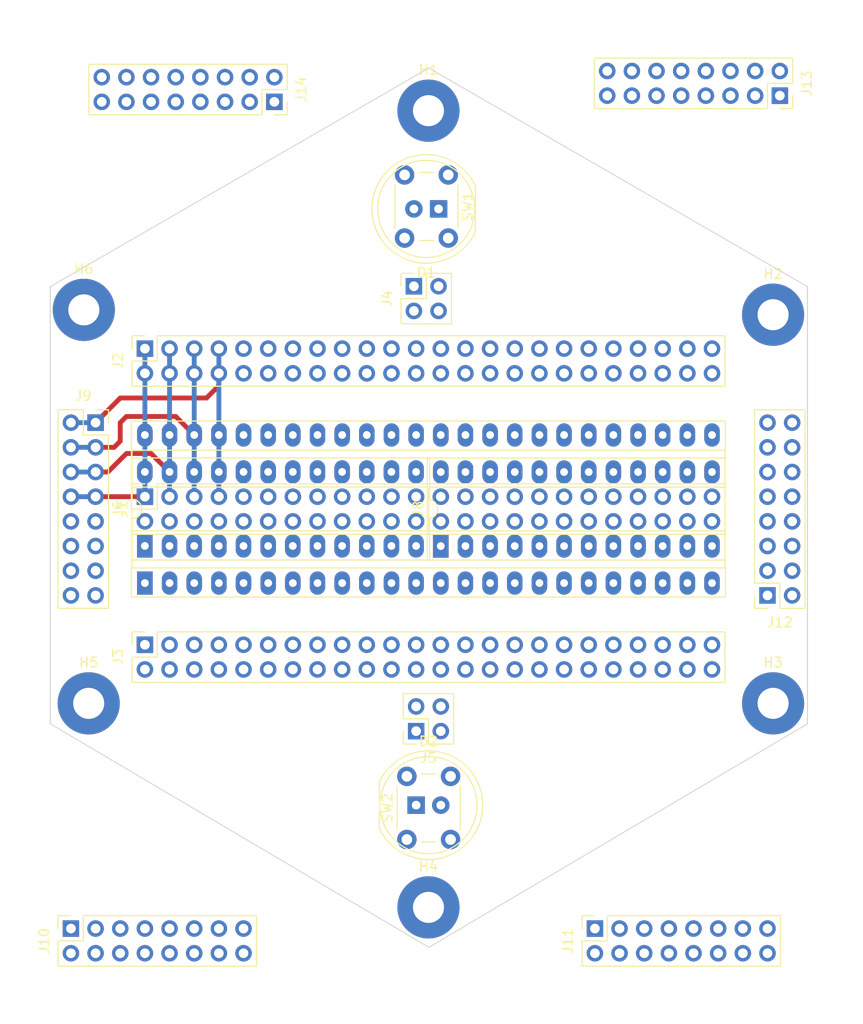
<source format=kicad_pcb>
(kicad_pcb (version 20240108) (generator "pcbnew") (generator_version "8.0")
  (title_block (title "Hex48 Prototyping Board") (date "2024-10-10") (rev "0.2") (company "John Honniball") (comment 1 "Hexagonal DIL breadboard"))
  (layers (0 "F.Cu" signal) (31 "B.Cu" signal) (34 "B.Paste" user) (35 "F.Paste" user) (36 "B.SilkS" user "B.Silkscreen") (37 "F.SilkS" user "F.Silkscreen") (38 "B.Mask" user) (39 "F.Mask" user) (44 "Edge.Cuts" user))
  (net 0 "")
  (net 1 "Net-(D1-A)")
  (net 2 "Net-(D1-K)")
  (net 3 "Net-(D2-A)")
  (net 4 "Net-(D2-K)")
  (net 5 "/pin1")
  (net 6 "/pin2")
  (net 7 "/pin3")
  (net 8 "/pin12")
  (net 9 "/pin29")
  (net 10 "/pin20")
  (net 11 "/pin36")
  (net 12 "/pin32")
  (net 13 "/pin14")
  (net 14 "/pin34")
  (net 15 "/pin25")
  (net 16 "/pin37")
  (net 17 "/pin19")
  (net 18 "/pin26")
  (net 19 "/pin35")
  (net 20 "/pin33")
  (net 21 "/pin31")
  (net 22 "/pin9")
  (net 23 "/pin13")
  (net 24 "/pin17")
  (net 25 "/pin21")
  (net 26 "/pin18")
  (net 27 "/pin22")
  (net 28 "/pin30")
  (net 29 "/pin38")
  (net 30 "/pin16")
  (net 31 "/pin15")
  (net 32 "/pin39")
  (net 33 "/pin11")
  (net 34 "/pin24")
  (net 35 "/pin23")
  (net 36 "/pin10")
  (net 37 "/pin28")
  (net 38 "/pin27")
  (net 39 "/pin40")
  (net 40 "/pin4")
  (net 41 "/pin8")
  (net 42 "/pin41")
  (net 43 "/pin42")
  (net 44 "/pin43")
  (net 45 "/pin5")
  (net 46 "/pin48")
  (net 47 "/pin46")
  (net 48 "/pin47")
  (net 49 "/pin7")
  (net 50 "/pin44")
  (net 51 "/pin6")
  (net 52 "/pin45")
  (footprint "Package_DIP:DIP-48_W15.24mm_Socket_LongPads" (layer "F.Cu") (at 158.75 80.01 90)
    (property "Reference" "J1")
    (property "Value" "Conn_02x24_Counter_Clockwise")
  )
  (footprint "MountingHole:MountingHole_3.2mm_M3_Pad" (layer "F.Cu") (at 152.96 92.39)
    (property "Reference" "H5")
    (property "Value" "MountingHole")
  )
  (footprint "Connector_PinSocket_2.54mm:PinSocket_2x08_P2.54mm_Vertical" (layer "F.Cu") (at 222.885 81.28 180)
    (property "Reference" "J12")
    (property "Value" "Conn_02x08_Odd_Even")
  )
  (footprint "Connector_PinSocket_2.54mm:PinSocket_2x24_P2.54mm_Vertical" (layer "F.Cu") (at 158.75 86.36 90)
    (property "Reference" "J3")
    (property "Value" "Conn_02x24_Odd_Even")
  )
  (footprint "Package_DIP:DIP-24_W7.62mm_Socket_LongPads" (layer "F.Cu") (at 189.23 76.2 90)
    (property "Reference" "J8")
    (property "Value" "Conn_02x12_Counter_Clockwise")
  )
  (footprint "Connector_PinSocket_2.54mm:PinSocket_2x08_P2.54mm_Vertical" (layer "F.Cu") (at 224.155 29.845 -90)
    (property "Reference" "J13")
    (property "Value" "Conn_02x08_Odd_Even")
  )
  (footprint "Connector_PinSocket_2.54mm:PinSocket_2x08_P2.54mm_Vertical" (layer "F.Cu") (at 172.085 30.48 -90)
    (property "Reference" "J14")
    (property "Value" "Conn_02x08_Odd_Even")
  )
  (footprint "Package_DIP:DIP-24_W7.62mm_Socket_LongPads" (layer "F.Cu") (at 158.745 76.19 90)
    (property "Reference" "J7")
    (property "Value" "Conn_02x12_Counter_Clockwise")
  )
  (footprint "MountingHole:MountingHole_3.2mm_M3_Pad" (layer "F.Cu") (at 223.46 92.39)
    (property "Reference" "H3")
    (property "Value" "MountingHole")
  )
  (footprint "LED_THT:LED_D10.0mm" (layer "F.Cu") (at 186.69 102.87)
    (property "Reference" "D2")
    (property "Value" "LED")
  )
  (footprint "MountingHole:MountingHole_3.2mm_M3_Pad" (layer "F.Cu") (at 152.46 51.89)
    (property "Reference" "H6")
    (property "Value" "MountingHole")
  )
  (footprint "Connector_PinSocket_2.54mm:PinSocket_2x02_P2.54mm_Vertical" (layer "F.Cu") (at 186.46 49.46 90)
    (property "Reference" "J4")
    (property "Value" "Conn_02x02_Odd_Even")
  )
  (footprint "MountingHole:MountingHole_3.2mm_M3_Pad" (layer "F.Cu") (at 223.46 52.39)
    (property "Reference" "H2")
    (property "Value" "MountingHole")
  )
  (footprint "Connector_PinSocket_2.54mm:PinSocket_2x08_P2.54mm_Vertical" (layer "F.Cu") (at 153.67 63.5)
    (property "Reference" "J9")
    (property "Value" "Conn_02x08_Odd_Even")
  )
  (footprint "Connector_PinSocket_2.54mm:PinSocket_2x24_P2.54mm_Vertical" (layer "F.Cu") (at 158.75 55.88 90)
    (property "Reference" "J2")
    (property "Value" "Conn_02x24_Odd_Even")
  )
  (footprint "Button_Switch_THT:SW_PUSH_6mm" (layer "F.Cu") (at 190 38 -90)
    (property "Reference" "SW1")
    (property "Value" "SW_Push")
  )
  (footprint "LED_THT:LED_D10.0mm" (layer "F.Cu") (at 189 41.5 180)
    (property "Reference" "D1")
    (property "Value" "LED")
  )
  (footprint "MountingHole:MountingHole_3.2mm_M3_Pad" (layer "F.Cu") (at 187.96 113.39)
    (property "Reference" "H4")
    (property "Value" "MountingHole")
  )
  (footprint "Connector_PinSocket_2.54mm:PinSocket_2x08_P2.54mm_Vertical" (layer "F.Cu") (at 205.105 115.57 90)
    (property "Reference" "J11")
    (property "Value" "Conn_02x08_Odd_Even")
  )
  (footprint "Connector_PinSocket_2.54mm:PinSocket_2x08_P2.54mm_Vertical" (layer "F.Cu") (at 151.13 115.57 90)
    (property "Reference" "J10")
    (property "Value" "Conn_02x08_Odd_Even")
  )
  (footprint "Connector_PinSocket_2.54mm:PinSocket_2x24_P2.54mm_Vertical" (layer "F.Cu") (at 158.75 71.12 90)
    (property "Reference" "J6")
    (property "Value" "Conn_02x24_Odd_Even")
  )
  (footprint "Connector_PinSocket_2.54mm:PinSocket_2x02_P2.54mm_Vertical" (layer "F.Cu") (at 186.69 95.25 180)
    (property "Reference" "J5")
    (property "Value" "Conn_02x02_Odd_Even")
  )
  (footprint "MountingHole:MountingHole_3.2mm_M3_Pad" (layer "F.Cu") (at 187.96 31.39)
    (property "Reference" "H1")
    (property "Value" "MountingHole")
  )
  (footprint "Button_Switch_THT:SW_PUSH_6mm" (layer "F.Cu") (at 185.735 106.405 90)
    (property "Reference" "SW2")
    (property "Value" "SW_Push")
  )
  (gr_line (start 149 94.5) (end 188 117.5) (stroke (width 0.1)) (layer "Edge.Cuts"))
  (gr_line (start 188 27) (end 149 49.5) (stroke (width 0.1)) (layer "Edge.Cuts"))
  (gr_line (start 149 49.5) (end 149 94.5) (stroke (width 0.1)) (layer "Edge.Cuts"))
  (gr_line (start 227 49.5) (end 188 27) (stroke (width 0.1)) (layer "Edge.Cuts"))
  (gr_line (start 188 117.5) (end 227 94.5) (stroke (width 0.1)) (layer "Edge.Cuts"))
  (gr_line (start 227 94.5) (end 227 49.5) (stroke (width 0.1)) (layer "Edge.Cuts"))
  (segment (start 153.67 71.12) (end 158.75 71.12) (width 0.5) (layer "F.Cu") (net 46))
  (segment (start 158.745 68.57) (end 158.745 71.115) (width 0.5) (layer "B.Cu") (net 46))
  (segment (start 158.75 64.77) (end 158.75 68.565) (width 0.5) (layer "B.Cu") (net 46))
  (segment (start 153.67 71.12) (end 151.13 71.12) (width 0.5) (layer "B.Cu") (net 46))
  (segment (start 158.75 58.42) (end 158.75 64.77) (width 0.5) (layer "B.Cu") (net 46))
  (segment (start 158.75 68.565) (end 158.745 68.57) (width 0.5) (layer "B.Cu") (net 46))
  (segment (start 158.745 71.115) (end 158.75 71.12) (width 0.5) (layer "B.Cu") (net 46))
  (segment (start 158.75 55.88) (end 158.75 58.42) (width 0.5) (layer "B.Cu") (net 46))
  (segment (start 161.925 62.865) (end 163.83 64.77) (width 0.5) (layer "F.Cu") (net 47))
  (segment (start 153.67 66.04) (end 155.575 66.04) (width 0.5) (layer "F.Cu") (net 47))
  (segment (start 156.21 63.5) (end 156.845 62.865) (width 0.5) (layer "F.Cu") (net 47))
  (segment (start 156.21 65.405) (end 156.21 63.5) (width 0.5) (layer "F.Cu") (net 47))
  (segment (start 155.575 66.04) (end 156.21 65.405) (width 0.5) (layer "F.Cu") (net 47))
  (segment (start 156.845 62.865) (end 161.925 62.865) (width 0.5) (layer "F.Cu") (net 47))
  (segment (start 163.825 71.115) (end 163.83 71.12) (width 0.5) (layer "B.Cu") (net 47))
  (segment (start 163.83 55.88) (end 163.83 58.42) (width 0.5) (layer "B.Cu") (net 47))
  (segment (start 163.83 68.565) (end 163.825 68.57) (width 0.5) (layer "B.Cu") (net 47))
  (segment (start 163.83 64.77) (end 163.83 68.565) (width 0.5) (layer "B.Cu") (net 47))
  (segment (start 163.83 58.42) (end 163.83 64.77) (width 0.5) (layer "B.Cu") (net 47))
  (segment (start 153.67 66.04) (end 151.13 66.04) (width 0.5) (layer "B.Cu") (net 47))
  (segment (start 163.825 68.57) (end 163.825 71.115) (width 0.5) (layer "B.Cu") (net 47))
  (segment (start 156.845 66.675) (end 159.385 66.675) (width 0.5) (layer "F.Cu") (net 48))
  (segment (start 160.02 67.31) (end 160.025 67.31) (width 0.5) (layer "F.Cu") (net 48))
  (segment (start 160.025 67.31) (end 161.285 68.57) (width 0.5) (layer "F.Cu") (net 48))
  (segment (start 159.385 66.675) (end 160.02 67.31) (width 0.5) (layer "F.Cu") (net 48))
  (segment (start 154.94 68.58) (end 156.845 66.675) (width 0.5) (layer "F.Cu") (net 48))
  (segment (start 153.67 68.58) (end 154.94 68.58) (width 0.5) (layer "F.Cu") (net 48))
  (segment (start 161.285 71.115) (end 161.29 71.12) (width 0.5) (layer "B.Cu") (net 48))
  (segment (start 161.29 64.77) (end 161.29 68.565) (width 0.5) (layer "B.Cu") (net 48))
  (segment (start 161.29 58.42) (end 161.29 64.77) (width 0.5) (layer "B.Cu") (net 48))
  (segment (start 161.29 55.88) (end 161.29 58.42) (width 0.5) (layer "B.Cu") (net 48))
  (segment (start 153.67 68.58) (end 151.13 68.58) (width 0.5) (layer "B.Cu") (net 48))
  (segment (start 161.29 68.565) (end 161.285 68.57) (width 0.5) (layer "B.Cu") (net 48))
  (segment (start 161.285 68.57) (end 161.285 71.115) (width 0.5) (layer "B.Cu") (net 48))
  (segment (start 153.67 63.5) (end 156.21 60.96) (width 0.5) (layer "F.Cu") (net 52))
  (segment (start 165.1 60.96) (end 166.37 59.69) (width 0.5) (layer "F.Cu") (net 52))
  (segment (start 156.21 60.96) (end 165.1 60.96) (width 0.5) (layer "F.Cu") (net 52))
  (segment (start 166.37 59.69) (end 166.37 58.42) (width 0.5) (layer "F.Cu") (net 52))
  (segment (start 153.67 63.5) (end 151.13 63.5) (width 0.5) (layer "B.Cu") (net 52))
  (segment (start 166.37 68.565) (end 166.365 68.57) (width 0.5) (layer "B.Cu") (net 52))
  (segment (start 166.37 64.77) (end 166.37 68.565) (width 0.5) (layer "B.Cu") (net 52))
  (segment (start 166.37 58.42) (end 166.37 64.77) (width 0.5) (layer "B.Cu") (net 52))
  (segment (start 166.365 71.115) (end 166.37 71.12) (width 0.5) (layer "B.Cu") (net 52))
  (segment (start 166.37 55.88) (end 166.37 58.42) (width 0.5) (layer "B.Cu") (net 52))
  (segment (start 166.365 68.57) (end 166.365 71.115) (width 0.5) (layer "B.Cu") (net 52))
)
</source>
